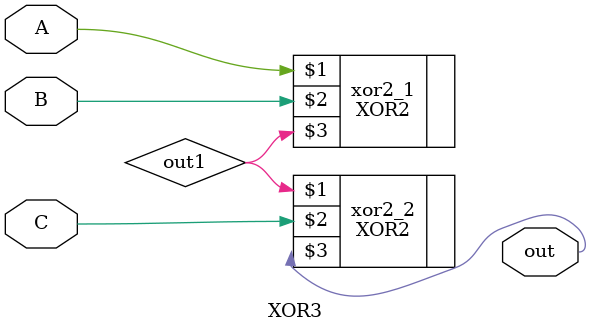
<source format=v>
module XOR3 (
    input A, B, C,
    
    output out
);
    wire out1;
    
    XOR2 xor2_1(A, B, out1);
    XOR2 xor2_2(out1, C, out);

endmodule
</source>
